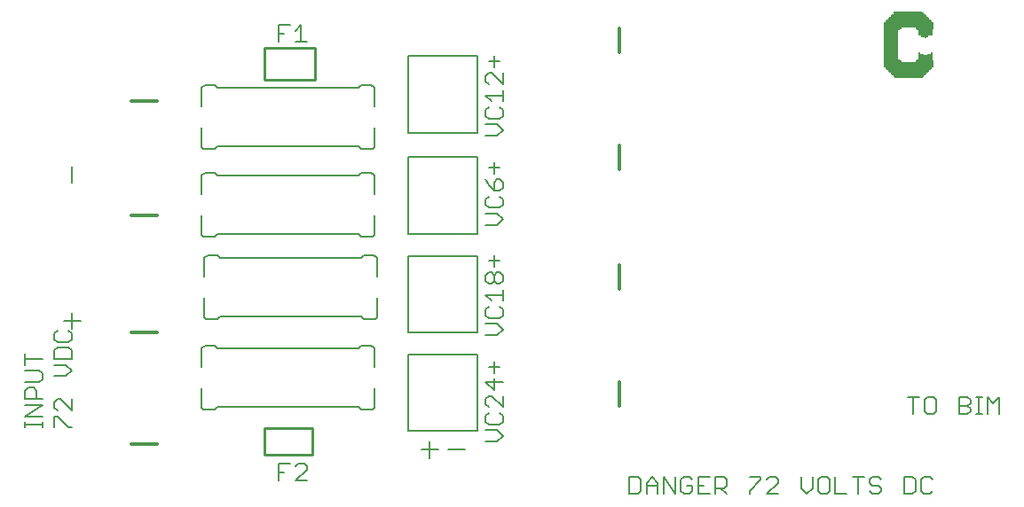
<source format=gto>
G75*
G70*
%OFA0B0*%
%FSLAX24Y24*%
%IPPOS*%
%LPD*%
%AMOC8*
5,1,8,0,0,1.08239X$1,22.5*
%
%ADD10C,0.0060*%
%ADD11C,0.0080*%
%ADD12C,0.0100*%
%ADD13C,0.0120*%
%ADD14C,0.0050*%
%ADD15R,0.1050X0.0050*%
%ADD16R,0.1150X0.0050*%
%ADD17R,0.1250X0.0050*%
%ADD18R,0.1350X0.0050*%
%ADD19R,0.1450X0.0050*%
%ADD20R,0.1550X0.0050*%
%ADD21R,0.1650X0.0050*%
%ADD22R,0.1750X0.0050*%
%ADD23R,0.1850X0.0050*%
%ADD24R,0.0650X0.0050*%
%ADD25R,0.0600X0.0050*%
%ADD26R,0.0550X0.0050*%
%ADD27R,0.0200X0.0050*%
%ADD28R,0.0050X0.0050*%
%ADD29R,0.0100X0.0050*%
%ADD30R,0.0300X0.0050*%
%ADD31R,0.1100X0.0050*%
D10*
X047237Y003498D02*
X047237Y003712D01*
X047237Y003605D02*
X047878Y003605D01*
X047878Y003498D02*
X047878Y003712D01*
X047878Y003928D02*
X047237Y003928D01*
X047878Y004355D01*
X047237Y004355D01*
X047237Y004573D02*
X047237Y004893D01*
X047344Y005000D01*
X047557Y005000D01*
X047664Y004893D01*
X047664Y004573D01*
X047878Y004573D02*
X047237Y004573D01*
X048337Y004463D02*
X048337Y004250D01*
X048444Y004143D01*
X048444Y003925D02*
X048871Y003498D01*
X048978Y003498D01*
X048337Y003498D02*
X048337Y003925D01*
X048444Y003925D01*
X048978Y004143D02*
X048551Y004570D01*
X048444Y004570D01*
X048337Y004463D01*
X048978Y004570D02*
X048978Y004143D01*
X047878Y005324D02*
X047878Y005537D01*
X047771Y005644D01*
X047237Y005644D01*
X047237Y005862D02*
X047237Y006289D01*
X047237Y006075D02*
X047878Y006075D01*
X048337Y006076D02*
X048337Y006397D01*
X048444Y006503D01*
X048871Y006503D01*
X048978Y006397D01*
X048978Y006076D01*
X048337Y006076D01*
X048337Y005859D02*
X048764Y005859D01*
X048978Y005645D01*
X048764Y005432D01*
X048337Y005432D01*
X047878Y005324D02*
X047771Y005217D01*
X047237Y005217D01*
X048444Y006721D02*
X048871Y006721D01*
X048978Y006828D01*
X048978Y007041D01*
X048871Y007148D01*
X048444Y007148D02*
X048337Y007041D01*
X048337Y006828D01*
X048444Y006721D01*
X053858Y006418D02*
X053858Y005768D01*
X053858Y006418D02*
X053860Y006441D01*
X053865Y006464D01*
X053874Y006486D01*
X053887Y006506D01*
X053902Y006524D01*
X053920Y006539D01*
X053940Y006552D01*
X053962Y006561D01*
X053985Y006566D01*
X054008Y006568D01*
X054358Y006568D01*
X054458Y006468D01*
X059758Y006468D01*
X059858Y006568D01*
X060208Y006568D01*
X060231Y006566D01*
X060254Y006561D01*
X060276Y006552D01*
X060296Y006539D01*
X060314Y006524D01*
X060329Y006506D01*
X060342Y006486D01*
X060351Y006464D01*
X060356Y006441D01*
X060358Y006418D01*
X060358Y005768D01*
X060358Y004968D02*
X060358Y004318D01*
X060356Y004295D01*
X060351Y004272D01*
X060342Y004250D01*
X060329Y004230D01*
X060314Y004212D01*
X060296Y004197D01*
X060276Y004184D01*
X060254Y004175D01*
X060231Y004170D01*
X060208Y004168D01*
X059858Y004168D01*
X059758Y004268D01*
X054458Y004268D01*
X054358Y004168D01*
X054008Y004168D01*
X053985Y004170D01*
X053962Y004175D01*
X053940Y004184D01*
X053920Y004197D01*
X053902Y004212D01*
X053887Y004230D01*
X053874Y004250D01*
X053865Y004272D01*
X053860Y004295D01*
X053858Y004318D01*
X053858Y004968D01*
X054108Y007568D02*
X054458Y007568D01*
X054558Y007668D01*
X059858Y007668D01*
X059958Y007568D01*
X060308Y007568D01*
X060331Y007570D01*
X060354Y007575D01*
X060376Y007584D01*
X060396Y007597D01*
X060414Y007612D01*
X060429Y007630D01*
X060442Y007650D01*
X060451Y007672D01*
X060456Y007695D01*
X060458Y007718D01*
X060458Y008368D01*
X060458Y009168D02*
X060458Y009818D01*
X060456Y009841D01*
X060451Y009864D01*
X060442Y009886D01*
X060429Y009906D01*
X060414Y009924D01*
X060396Y009939D01*
X060376Y009952D01*
X060354Y009961D01*
X060331Y009966D01*
X060308Y009968D01*
X059958Y009968D01*
X059858Y009868D01*
X054558Y009868D01*
X054458Y009968D01*
X054108Y009968D01*
X054085Y009966D01*
X054062Y009961D01*
X054040Y009952D01*
X054020Y009939D01*
X054002Y009924D01*
X053987Y009906D01*
X053974Y009886D01*
X053965Y009864D01*
X053960Y009841D01*
X053958Y009818D01*
X053958Y009168D01*
X053958Y008368D02*
X053958Y007718D01*
X053960Y007695D01*
X053965Y007672D01*
X053974Y007650D01*
X053987Y007630D01*
X054002Y007612D01*
X054020Y007597D01*
X054040Y007584D01*
X054062Y007575D01*
X054085Y007570D01*
X054108Y007568D01*
X064537Y007727D02*
X064644Y007620D01*
X065071Y007620D01*
X065178Y007727D01*
X065178Y007940D01*
X065071Y008047D01*
X065178Y008265D02*
X065178Y008692D01*
X065178Y008478D02*
X064537Y008478D01*
X064751Y008265D01*
X064644Y008047D02*
X064537Y007940D01*
X064537Y007727D01*
X064537Y007403D02*
X064964Y007403D01*
X065178Y007189D01*
X064964Y006976D01*
X064537Y006976D01*
X064857Y005981D02*
X064857Y005554D01*
X064644Y005767D02*
X065071Y005767D01*
X064857Y005336D02*
X064857Y004909D01*
X064537Y005229D01*
X065178Y005229D01*
X065178Y004692D02*
X065178Y004265D01*
X064751Y004692D01*
X064644Y004692D01*
X064537Y004585D01*
X064537Y004371D01*
X064644Y004265D01*
X064644Y004047D02*
X064537Y003940D01*
X064537Y003727D01*
X064644Y003620D01*
X065071Y003620D01*
X065178Y003727D01*
X065178Y003940D01*
X065071Y004047D01*
X064964Y003403D02*
X064537Y003403D01*
X064964Y003403D02*
X065178Y003189D01*
X064964Y002976D01*
X064537Y002976D01*
X069936Y001639D02*
X070256Y001639D01*
X070363Y001532D01*
X070363Y001105D01*
X070256Y000998D01*
X069936Y000998D01*
X069936Y001639D01*
X070580Y001425D02*
X070794Y001639D01*
X071007Y001425D01*
X071007Y000998D01*
X071225Y000998D02*
X071225Y001639D01*
X071652Y000998D01*
X071652Y001639D01*
X071869Y001532D02*
X071869Y001105D01*
X071976Y000998D01*
X072189Y000998D01*
X072296Y001105D01*
X072296Y001319D01*
X072083Y001319D01*
X072296Y001532D02*
X072189Y001639D01*
X071976Y001639D01*
X071869Y001532D01*
X072514Y001639D02*
X072514Y000998D01*
X072941Y000998D01*
X073158Y000998D02*
X073158Y001639D01*
X073479Y001639D01*
X073585Y001532D01*
X073585Y001319D01*
X073479Y001212D01*
X073158Y001212D01*
X073372Y001212D02*
X073585Y000998D01*
X074447Y000998D02*
X074447Y001105D01*
X074874Y001532D01*
X074874Y001639D01*
X074447Y001639D01*
X075092Y001532D02*
X075199Y001639D01*
X075412Y001639D01*
X075519Y001532D01*
X075519Y001425D01*
X075092Y000998D01*
X075519Y000998D01*
X076381Y001212D02*
X076594Y000998D01*
X076808Y001212D01*
X076808Y001639D01*
X077025Y001532D02*
X077025Y001105D01*
X077132Y000998D01*
X077346Y000998D01*
X077452Y001105D01*
X077452Y001532D01*
X077346Y001639D01*
X077132Y001639D01*
X077025Y001532D01*
X076381Y001639D02*
X076381Y001212D01*
X077670Y000998D02*
X078097Y000998D01*
X077670Y000998D02*
X077670Y001639D01*
X078315Y001639D02*
X078742Y001639D01*
X078528Y001639D02*
X078528Y000998D01*
X078959Y001105D02*
X079066Y000998D01*
X079279Y000998D01*
X079386Y001105D01*
X079386Y001212D01*
X079279Y001319D01*
X079066Y001319D01*
X078959Y001425D01*
X078959Y001532D01*
X079066Y001639D01*
X079279Y001639D01*
X079386Y001532D01*
X080248Y001639D02*
X080568Y001639D01*
X080675Y001532D01*
X080675Y001105D01*
X080568Y000998D01*
X080248Y000998D01*
X080248Y001639D01*
X080893Y001532D02*
X080999Y001639D01*
X081213Y001639D01*
X081320Y001532D01*
X080893Y001532D02*
X080893Y001105D01*
X080999Y000998D01*
X081213Y000998D01*
X081320Y001105D01*
X072941Y001639D02*
X072514Y001639D01*
X072514Y001319D02*
X072727Y001319D01*
X071007Y001319D02*
X070580Y001319D01*
X070580Y001425D02*
X070580Y000998D01*
X080599Y003998D02*
X080599Y004639D01*
X080812Y004639D02*
X080385Y004639D01*
X081030Y004532D02*
X081030Y004105D01*
X081136Y003998D01*
X081350Y003998D01*
X081457Y004105D01*
X081457Y004532D01*
X081350Y004639D01*
X081136Y004639D01*
X081030Y004532D01*
X082319Y004639D02*
X082319Y003998D01*
X082639Y003998D01*
X082746Y004105D01*
X082746Y004212D01*
X082639Y004319D01*
X082319Y004319D01*
X082639Y004319D02*
X082746Y004425D01*
X082746Y004532D01*
X082639Y004639D01*
X082319Y004639D01*
X082963Y004639D02*
X083177Y004639D01*
X083070Y004639D02*
X083070Y003998D01*
X082963Y003998D02*
X083177Y003998D01*
X083393Y003998D02*
X083393Y004639D01*
X083606Y004425D01*
X083820Y004639D01*
X083820Y003998D01*
X065178Y009016D02*
X065071Y008909D01*
X064964Y008909D01*
X064857Y009016D01*
X064857Y009229D01*
X064964Y009336D01*
X065071Y009336D01*
X065178Y009229D01*
X065178Y009016D01*
X064857Y009016D02*
X064751Y008909D01*
X064644Y008909D01*
X064537Y009016D01*
X064537Y009229D01*
X064644Y009336D01*
X064751Y009336D01*
X064857Y009229D01*
X064857Y009554D02*
X064857Y009981D01*
X064644Y009767D02*
X065071Y009767D01*
X060358Y010818D02*
X060358Y011468D01*
X060358Y010818D02*
X060356Y010795D01*
X060351Y010772D01*
X060342Y010750D01*
X060329Y010730D01*
X060314Y010712D01*
X060296Y010697D01*
X060276Y010684D01*
X060254Y010675D01*
X060231Y010670D01*
X060208Y010668D01*
X059858Y010668D01*
X059758Y010768D01*
X054458Y010768D01*
X054358Y010668D01*
X054008Y010668D01*
X053985Y010670D01*
X053962Y010675D01*
X053940Y010684D01*
X053920Y010697D01*
X053902Y010712D01*
X053887Y010730D01*
X053874Y010750D01*
X053865Y010772D01*
X053860Y010795D01*
X053858Y010818D01*
X053858Y011468D01*
X053858Y012268D02*
X053858Y012918D01*
X053860Y012941D01*
X053865Y012964D01*
X053874Y012986D01*
X053887Y013006D01*
X053902Y013024D01*
X053920Y013039D01*
X053940Y013052D01*
X053962Y013061D01*
X053985Y013066D01*
X054008Y013068D01*
X054358Y013068D01*
X054458Y012968D01*
X059758Y012968D01*
X059858Y013068D01*
X060208Y013068D01*
X060231Y013066D01*
X060254Y013061D01*
X060276Y013052D01*
X060296Y013039D01*
X060314Y013024D01*
X060329Y013006D01*
X060342Y012986D01*
X060351Y012964D01*
X060356Y012941D01*
X060358Y012918D01*
X060358Y012268D01*
X064537Y012085D02*
X064537Y011871D01*
X064644Y011765D01*
X065071Y011765D01*
X065178Y011871D01*
X065178Y012085D01*
X065071Y012192D01*
X065071Y012409D02*
X064857Y012409D01*
X064857Y012729D01*
X064964Y012836D01*
X065071Y012836D01*
X065178Y012729D01*
X065178Y012516D01*
X065071Y012409D01*
X064857Y012409D02*
X064644Y012623D01*
X064537Y012836D01*
X064857Y013054D02*
X064857Y013481D01*
X064644Y013267D02*
X065071Y013267D01*
X064644Y012192D02*
X064537Y012085D01*
X064537Y011547D02*
X064964Y011547D01*
X065178Y011334D01*
X064964Y011120D01*
X064537Y011120D01*
X060208Y013968D02*
X059858Y013968D01*
X059758Y014068D01*
X054458Y014068D01*
X054358Y013968D01*
X054008Y013968D01*
X053985Y013970D01*
X053962Y013975D01*
X053940Y013984D01*
X053920Y013997D01*
X053902Y014012D01*
X053887Y014030D01*
X053874Y014050D01*
X053865Y014072D01*
X053860Y014095D01*
X053858Y014118D01*
X053858Y014768D01*
X053858Y015568D02*
X053858Y016218D01*
X053860Y016241D01*
X053865Y016264D01*
X053874Y016286D01*
X053887Y016306D01*
X053902Y016324D01*
X053920Y016339D01*
X053940Y016352D01*
X053962Y016361D01*
X053985Y016366D01*
X054008Y016368D01*
X054358Y016368D01*
X054458Y016268D01*
X059758Y016268D01*
X059858Y016368D01*
X060208Y016368D01*
X060231Y016366D01*
X060254Y016361D01*
X060276Y016352D01*
X060296Y016339D01*
X060314Y016324D01*
X060329Y016306D01*
X060342Y016286D01*
X060351Y016264D01*
X060356Y016241D01*
X060358Y016218D01*
X060358Y015568D01*
X060358Y014768D02*
X060358Y014118D01*
X060356Y014095D01*
X060351Y014072D01*
X060342Y014050D01*
X060329Y014030D01*
X060314Y014012D01*
X060296Y013997D01*
X060276Y013984D01*
X060254Y013975D01*
X060231Y013970D01*
X060208Y013968D01*
X064537Y014476D02*
X064964Y014476D01*
X065178Y014689D01*
X064964Y014903D01*
X064537Y014903D01*
X064644Y015120D02*
X065071Y015120D01*
X065178Y015227D01*
X065178Y015440D01*
X065071Y015547D01*
X065178Y015765D02*
X065178Y016192D01*
X065178Y015978D02*
X064537Y015978D01*
X064751Y015765D01*
X064644Y015547D02*
X064537Y015440D01*
X064537Y015227D01*
X064644Y015120D01*
X064644Y016409D02*
X064537Y016516D01*
X064537Y016729D01*
X064644Y016836D01*
X064751Y016836D01*
X065178Y016409D01*
X065178Y016836D01*
X064857Y017054D02*
X064857Y017481D01*
X064644Y017267D02*
X065071Y017267D01*
X057820Y017998D02*
X057393Y017998D01*
X057606Y017998D02*
X057606Y018639D01*
X057393Y018425D01*
X057175Y018639D02*
X056748Y018639D01*
X056748Y017998D01*
X056748Y018319D02*
X056962Y018319D01*
X056748Y002139D02*
X057175Y002139D01*
X057393Y002032D02*
X057500Y002139D01*
X057713Y002139D01*
X057820Y002032D01*
X057820Y001925D01*
X057393Y001498D01*
X057820Y001498D01*
X056748Y001498D02*
X056748Y002139D01*
X056748Y001819D02*
X056962Y001819D01*
D11*
X062127Y002669D02*
X062741Y002669D01*
X063127Y002669D02*
X063741Y002669D01*
X062434Y002976D02*
X062434Y002362D01*
X049007Y007208D02*
X049007Y007822D01*
X048700Y007515D02*
X049314Y007515D01*
X049007Y012708D02*
X049007Y013322D01*
D12*
X056208Y016568D02*
X056208Y017768D01*
X058108Y017768D01*
X058108Y016568D01*
X056208Y016568D01*
X056208Y003468D02*
X056208Y002468D01*
X058008Y002468D01*
X058008Y003468D01*
X056208Y003468D01*
D13*
X052180Y002878D02*
X051235Y002878D01*
X051235Y007078D02*
X052180Y007078D01*
X069557Y008709D02*
X069557Y009630D01*
X069557Y013209D02*
X069557Y014130D01*
X069557Y017609D02*
X069557Y018530D01*
X052180Y015778D02*
X051235Y015778D01*
X051235Y011478D02*
X052180Y011478D01*
X069557Y005230D02*
X069557Y004309D01*
D14*
X064208Y003368D02*
X061608Y003368D01*
X061608Y006258D01*
X064208Y006258D01*
X064208Y003368D01*
X064208Y007068D02*
X061608Y007068D01*
X061608Y009958D01*
X064208Y009958D01*
X064208Y007068D01*
X064208Y010778D02*
X061608Y010778D01*
X061608Y013668D01*
X064208Y013668D01*
X064208Y010778D01*
X064208Y014578D02*
X061608Y014578D01*
X061608Y017468D01*
X064208Y017468D01*
X064208Y014578D01*
D15*
X080408Y016668D03*
D16*
X080408Y016718D03*
X080408Y019068D03*
D17*
X080408Y019018D03*
X080408Y016768D03*
D18*
X080408Y016818D03*
X080408Y018968D03*
D19*
X080408Y018918D03*
X080408Y016868D03*
D20*
X080408Y016918D03*
X080408Y018868D03*
D21*
X080408Y018818D03*
X080408Y016968D03*
D22*
X080408Y017018D03*
X080408Y018768D03*
D23*
X080408Y018718D03*
X080408Y018668D03*
X080408Y018618D03*
X080408Y018568D03*
X080408Y017218D03*
X080408Y017168D03*
X080408Y017118D03*
X080408Y017068D03*
D24*
X081008Y017268D03*
X079808Y017268D03*
X079808Y018518D03*
X081008Y018518D03*
D25*
X081033Y018468D03*
X079783Y018468D03*
X079783Y017318D03*
X081033Y017318D03*
D26*
X081058Y017368D03*
X081058Y017418D03*
X081058Y017468D03*
X079758Y017468D03*
X079758Y017418D03*
X079758Y017368D03*
X079758Y017518D03*
X079758Y017568D03*
X079758Y017618D03*
X079758Y017668D03*
X079758Y017718D03*
X079758Y017768D03*
X079758Y017818D03*
X079758Y017868D03*
X079758Y017918D03*
X079758Y017968D03*
X079758Y018018D03*
X079758Y018068D03*
X079758Y018118D03*
X079758Y018168D03*
X079758Y018218D03*
X079758Y018268D03*
X079758Y018318D03*
X079758Y018368D03*
X079758Y018418D03*
X081058Y018418D03*
X081058Y018368D03*
X081058Y018318D03*
X081058Y018268D03*
D27*
X081233Y017518D03*
X080883Y017518D03*
D28*
X080808Y017568D03*
X081058Y018168D03*
D29*
X081283Y017568D03*
D30*
X081033Y018218D03*
D31*
X080383Y019118D03*
M02*

</source>
